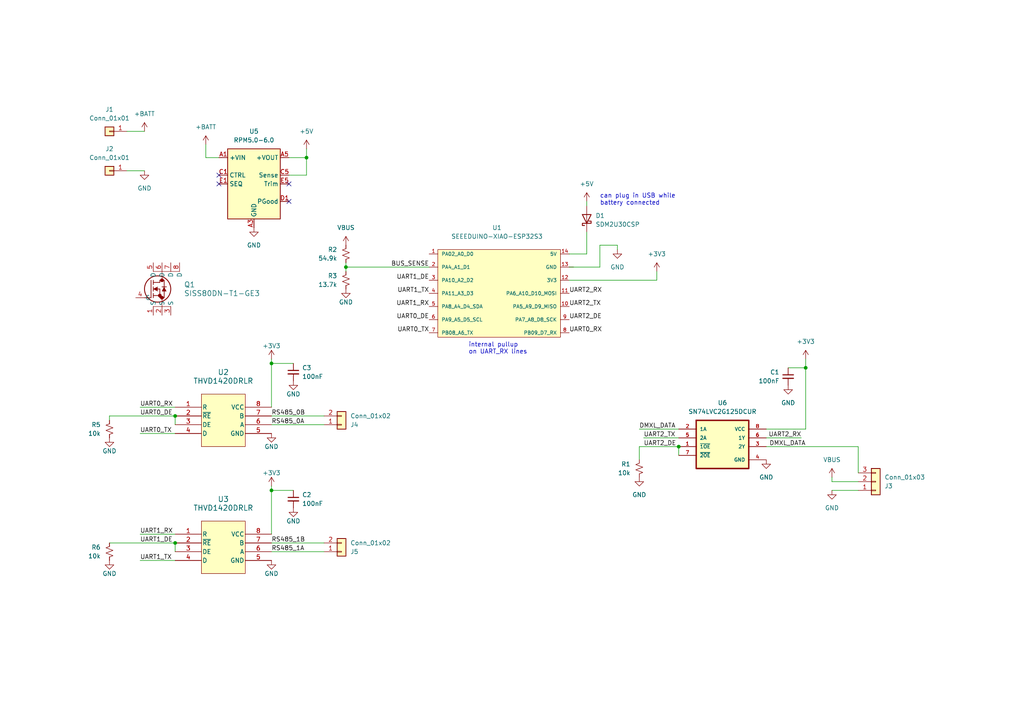
<source format=kicad_sch>
(kicad_sch (version 20230121) (generator eeschema)
  (paper "A4")
  (lib_symbols
    (symbol "Connector_Generic:Conn_01x01" (pin_names (offset 1.016) hide)
      (property "Reference" "J" (at 0 2.54 0))
      (property "Value" "Conn_01x01" (at 0 -2.54 0))
      (symbol "Conn_01x01_1_1"
        (rectangle (start -1.27 0.127) (end 0 -0.127) (stroke (width 0.1524)))
        (rectangle (start -1.27 1.27) (end 1.27 -1.27) (stroke (width 0.254)) (fill (type background)))
        (pin passive line (at -5.08 0 0) (length 3.81) (name "Pin_1") (number "1"))
      )
    )
    (symbol "Connector_Generic:Conn_01x02" (pin_names (offset 1.016) hide)
      (property "Reference" "J" (at 0 2.54 0))
      (property "Value" "Conn_01x02" (at 0 -5.08 0))
      (symbol "Conn_01x02_1_1"
        (rectangle (start -1.27 -2.413) (end 0 -2.667) (stroke (width 0.1524)))
        (rectangle (start -1.27 0.127) (end 0 -0.127) (stroke (width 0.1524)))
        (rectangle (start -1.27 1.27) (end 1.27 -3.81) (stroke (width 0.254)) (fill (type background)))
        (pin passive line (at -5.08 0 0) (length 3.81) (name "Pin_1") (number "1"))
        (pin passive line (at -5.08 -2.54 0) (length 3.81) (name "Pin_2") (number "2"))
      )
    )
    (symbol "Connector_Generic:Conn_01x03" (pin_names (offset 1.016) hide)
      (property "Reference" "J" (at 0 5.08 0))
      (property "Value" "Conn_01x03" (at 0 -5.08 0))
      (symbol "Conn_01x03_1_1"
        (rectangle (start -1.27 -2.413) (end 0 -2.667) (stroke (width 0.1524)))
        (rectangle (start -1.27 0.127) (end 0 -0.127) (stroke (width 0.1524)))
        (rectangle (start -1.27 2.667) (end 0 2.413) (stroke (width 0.1524)))
        (rectangle (start -1.27 3.81) (end 1.27 -3.81) (stroke (width 0.254)) (fill (type background)))
        (pin passive line (at -5.08 2.54 0) (length 3.81) (name "Pin_1") (number "1"))
        (pin passive line (at -5.08 0 0) (length 3.81) (name "Pin_2") (number "2"))
        (pin passive line (at -5.08 -2.54 0) (length 3.81) (name "Pin_3") (number "3"))
      )
    )
    (symbol "Converter_DCDC:RPM5.0-6.0"
      (property "Reference" "U" (at -6.35 11.43 0))
      (property "Value" "RPM5.0-6.0" (at 3.81 11.43 0))
      (symbol "RPM5.0-6.0_0_1"
        (rectangle (start -7.62 10.16) (end 7.62 -10.16) (stroke (width 0.254)) (fill (type background)))
      )
      (symbol "RPM5.0-6.0_1_1"
        (pin power_in line (at -10.16 7.62 0) (length 2.54) (name "+VIN") (number "A1"))
        (pin passive line (at -10.16 7.62 0) (length 2.54) hide (name "+VIN") (number "A2"))
        (pin power_in line (at 0 -12.7 90) (length 2.54) (name "GND") (number "A3"))
        (pin passive line (at 0 -12.7 90) (length 2.54) hide (name "GND") (number "A4"))
        (pin power_out line (at 10.16 7.62 180) (length 2.54) (name "+VOUT") (number "A5"))
        (pin passive line (at 0 -12.7 90) (length 2.54) hide (name "GND") (number "B1"))
        (pin passive line (at 0 -12.7 90) (length 2.54) hide (name "GND") (number "B2"))
        (pin passive line (at 0 -12.7 90) (length 2.54) hide (name "GND") (number "B3"))
        (pin passive line (at 0 -12.7 90) (length 2.54) hide (name "GND") (number "B4"))
        (pin passive line (at 10.16 7.62 180) (length 2.54) hide (name "+VOUT") (number "B5"))
        (pin input line (at -10.16 2.54 0) (length 2.54) (name "CTRL") (number "C1"))
        (pin passive line (at 0 -12.7 90) (length 2.54) hide (name "GND") (number "C2"))
        (pin passive line (at 0 -12.7 90) (length 2.54) hide (name "GND") (number "C3"))
        (pin passive line (at 0 -12.7 90) (length 2.54) hide (name "GND") (number "C4"))
        (pin input line (at 10.16 2.54 180) (length 2.54) (name "Sense") (number "C5"))
        (pin output line (at 10.16 -5.08 180) (length 2.54) (name "PGood") (number "D1"))
        (pin passive line (at 0 -12.7 90) (length 2.54) hide (name "GND") (number "D2"))
        (pin passive line (at 0 -12.7 90) (length 2.54) hide (name "GND") (number "D3"))
        (pin passive line (at 0 -12.7 90) (length 2.54) hide (name "GND") (number "D4"))
        (pin passive line (at 0 -12.7 90) (length 2.54) hide (name "GND") (number "D5"))
        (pin passive line (at -10.16 0 0) (length 2.54) (name "SEQ") (number "E1"))
        (pin no_connect line (at -7.62 -5.08 0) (length 2.54) hide (name "NC") (number "E2"))
        (pin passive line (at 0 -12.7 90) (length 2.54) hide (name "GND") (number "E3"))
        (pin passive line (at 0 -12.7 90) (length 2.54) hide (name "GND") (number "E4"))
        (pin input line (at 10.16 0 180) (length 2.54) (name "Trim") (number "E5"))
      )
    )
    (symbol "Device:C_Small" (pin_numbers hide) (pin_names (offset 0.254) hide)
      (property "Reference" "C" (at 0.254 1.778 0))
      (property "Value" "C_Small" (at 0.254 -2.032 0))
      (symbol "C_Small_0_1"
        (polyline (pts (xy -1.524 -0.508) (xy 1.524 -0.508)) (stroke (width 0.3302)))
        (polyline (pts (xy -1.524 0.508) (xy 1.524 0.508)) (stroke (width 0.3048)))
      )
      (symbol "C_Small_1_1"
        (pin passive line (at 0 2.54 270) (length 2.032) (name "~") (number "1"))
        (pin passive line (at 0 -2.54 90) (length 2.032) (name "~") (number "2"))
      )
    )
    (symbol "Device:D_Schottky" (pin_numbers hide) (pin_names (offset 1.016) hide)
      (property "Reference" "D" (at 0 2.54 0))
      (property "Value" "D_Schottky" (at 0 -2.54 0))
      (symbol "D_Schottky_0_1"
        (polyline (pts (xy 1.27 0) (xy -1.27 0)))
        (polyline (pts (xy 1.27 1.27) (xy 1.27 -1.27) (xy -1.27 0) (xy 1.27 1.27)) (stroke (width 0.254)))
        (polyline (pts (xy -1.905 0.635) (xy -1.905 1.27) (xy -1.27 1.27) (xy -1.27 -1.27) (xy -0.635 -1.27) (xy -0.635 -0.635)) (stroke (width 0.254)))
      )
      (symbol "D_Schottky_1_1"
        (pin passive line (at -3.81 0 0) (length 2.54) (name "K") (number "1"))
        (pin passive line (at 3.81 0 180) (length 2.54) (name "A") (number "2"))
      )
    )
    (symbol "Device:R_Small_US" (pin_numbers hide) (pin_names (offset 0.254) hide)
      (property "Reference" "R" (at 0.762 0.508 0))
      (property "Value" "R_Small_US" (at 0.762 -1.016 0))
      (symbol "R_Small_US_1_1"
        (polyline (pts (xy 0 0) (xy 1.016 -0.381) (xy 0 -0.762) (xy -1.016 -1.143) (xy 0 -1.524)))
        (polyline (pts (xy 0 1.524) (xy 1.016 1.143) (xy 0 0.762) (xy -1.016 0.381) (xy 0 0)))
        (pin passive line (at 0 2.54 270) (length 1.016) (name "~") (number "1"))
        (pin passive line (at 0 -2.54 90) (length 1.016) (name "~") (number "2"))
      )
    )
    (symbol "power:+3V3" (power) (pin_names (offset 0))
      (property "Value" "+3V3" (at 0 3.556 0))
      (symbol "+3V3_0_1"
        (polyline (pts (xy -0.762 1.27) (xy 0 2.54)))
        (polyline (pts (xy 0 0) (xy 0 2.54)))
        (polyline (pts (xy 0 2.54) (xy 0.762 1.27)))
      )
      (symbol "+3V3_1_1"
        (pin power_in line (at 0 0 90) (length 0) hide (name "+3V3") (number "1"))
      )
    )
    (symbol "power:+5V" (power) (pin_names (offset 0))
      (property "Value" "+5V" (at 0 3.556 0))
      (symbol "+5V_0_1"
        (polyline (pts (xy -0.762 1.27) (xy 0 2.54)))
        (polyline (pts (xy 0 0) (xy 0 2.54)))
        (polyline (pts (xy 0 2.54) (xy 0.762 1.27)))
      )
      (symbol "+5V_1_1"
        (pin power_in line (at 0 0 90) (length 0) hide (name "+5V") (number "1"))
      )
    )
    (symbol "power:+BATT" (power) (pin_names (offset 0))
      (property "Value" "+BATT" (at 0 3.556 0))
      (symbol "+BATT_0_1"
        (polyline (pts (xy -0.762 1.27) (xy 0 2.54)))
        (polyline (pts (xy 0 0) (xy 0 2.54)))
        (polyline (pts (xy 0 2.54) (xy 0.762 1.27)))
      )
      (symbol "+BATT_1_1"
        (pin power_in line (at 0 0 90) (length 0) hide (name "+BATT") (number "1"))
      )
    )
    (symbol "power:GND" (power) (pin_names (offset 0))
      (property "Value" "GND" (at 0 -3.81 0))
      (symbol "GND_0_1"
        (polyline (pts (xy 0 0) (xy 0 -1.27) (xy 1.27 -1.27) (xy 0 -2.54) (xy -1.27 -1.27) (xy 0 -1.27)))
      )
      (symbol "GND_1_1"
        (pin power_in line (at 0 0 270) (length 0) hide (name "GND") (number "1"))
      )
    )
    (symbol "power:VBUS" (power) (pin_names (offset 0))
      (property "Value" "VBUS" (at 0 3.81 0))
      (symbol "VBUS_0_1"
        (polyline (pts (xy -0.762 1.27) (xy 0 2.54)))
        (polyline (pts (xy 0 0) (xy 0 2.54)))
        (polyline (pts (xy 0 2.54) (xy 0.762 1.27)))
      )
      (symbol "VBUS_1_1"
        (pin power_in line (at 0 0 90) (length 0) hide (name "VBUS") (number "1"))
      )
    )
    (symbol "squirrelbrain:SEEEDUINO-XIAO-ESP32S3" (pin_names (offset 1.016))
      (property "Reference" "U" (at -13.97 16.51 0))
      (property "Value" "SEEEDUINO-XIAO-ESP32S3" (at -13.97 13.97 0))
      (symbol "SEEEDUINO-XIAO-ESP32S3_0_0"
        (polyline (pts (xy 21.59 7.62) (xy 20.32 7.62)) (stroke (width 0.1524)))
        (pin bidirectional line (at -20.32 11.43 0) (length 2.54) (name "PA02_A0_D0") (number "1"))
        (pin bidirectional line (at 20.32 -3.81 180) (length 2.54) (name "PA5_A9_D9_MISO") (number "10"))
        (pin bidirectional line (at 20.32 0 180) (length 2.54) (name "PA6_A10_D10_MOSI") (number "11"))
        (pin bidirectional line (at 20.32 3.81 180) (length 2.54) (name "3V3") (number "12"))
        (pin bidirectional line (at 20.32 7.62 180) (length 2.54) (name "GND") (number "13"))
        (pin bidirectional line (at 20.32 11.43 180) (length 2.54) (name "5V") (number "14"))
        (pin bidirectional line (at -20.32 7.62 0) (length 2.54) (name "PA4_A1_D1") (number "2"))
        (pin bidirectional line (at -20.32 3.81 0) (length 2.54) (name "PA10_A2_D2") (number "3"))
        (pin bidirectional line (at -20.32 0 0) (length 2.54) (name "PA11_A3_D3") (number "4"))
        (pin bidirectional line (at -20.32 -3.81 0) (length 2.54) (name "PA8_A4_D4_SDA") (number "5"))
        (pin bidirectional line (at -20.32 -7.62 0) (length 2.54) (name "PA9_A5_D5_SCL") (number "6"))
        (pin bidirectional line (at -20.32 -11.43 0) (length 2.54) (name "PB08_A6_TX") (number "7"))
        (pin bidirectional line (at 20.32 -11.43 180) (length 2.54) (name "PB09_D7_RX") (number "8"))
        (pin bidirectional line (at 20.32 -7.62 180) (length 2.54) (name "PA7_A8_D8_SCK") (number "9"))
      )
      (symbol "SEEEDUINO-XIAO-ESP32S3_1_1"
        (rectangle (start -17.78 12.7) (end 17.78 -12.7) (fill (type background)))
      )
    )
    (symbol "squirrelbrain:SISS80DN-T1-GE3" (pin_names (offset 0.254))
      (property "Reference" "Q" (at 11.43 4.445 0))
      (property "Value" "SISS80DN-T1-GE3" (at 11.43 0 0))
      (symbol "SISS80DN-T1-GE3_0_1"
        (polyline (pts (xy 2.54 0) (xy 4.445 0)) (stroke (width 0.2032)))
        (polyline (pts (xy 4.445 0) (xy 4.445 5.08)) (stroke (width 0.2032)))
        (polyline (pts (xy 5.08 -2.54) (xy 10.16 -2.54)) (stroke (width 0.127)))
        (polyline (pts (xy 5.08 0) (xy 5.08 1.27)) (stroke (width 0.2032)))
        (polyline (pts (xy 5.08 0.635) (xy 6.985 0.635)) (stroke (width 0.2032)))
        (polyline (pts (xy 5.08 1.905) (xy 5.08 3.175)) (stroke (width 0.2032)))
        (polyline (pts (xy 5.08 3.81) (xy 5.08 5.08)) (stroke (width 0.2032)))
        (polyline (pts (xy 5.08 4.445) (xy 6.985 4.445)) (stroke (width 0.2032)))
        (polyline (pts (xy 5.08 7.62) (xy 12.7 7.62)) (stroke (width 0.127)))
        (polyline (pts (xy 6.35 2.54) (xy 6.985 2.54)) (stroke (width 0.2032)))
        (polyline (pts (xy 6.985 0) (xy 6.985 2.54)) (stroke (width 0.2032)))
        (polyline (pts (xy 6.985 0) (xy 8.255 0)) (stroke (width 0.2032)))
        (polyline (pts (xy 6.985 4.445) (xy 6.985 5.08)) (stroke (width 0.2032)))
        (polyline (pts (xy 6.985 5.08) (xy 8.255 5.08)) (stroke (width 0.2032)))
        (polyline (pts (xy 7.62 -2.54) (xy 7.62 0)) (stroke (width 0.127)))
        (polyline (pts (xy 7.62 7.62) (xy 7.6454 5.08)) (stroke (width 0.127)))
        (polyline (pts (xy 8.255 0) (xy 8.255 1.905)) (stroke (width 0.2032)))
        (polyline (pts (xy 8.255 3.175) (xy 8.255 5.08)) (stroke (width 0.2032)))
        (polyline (pts (xy 8.89 3.175) (xy 7.62 3.175)) (stroke (width 0.2032)))
        (polyline (pts (xy 6.35 3.175) (xy 5.08 2.54) (xy 6.35 1.905)) (stroke (width 0.0254)) (fill (type outline)))
        (polyline (pts (xy 8.89 1.905) (xy 7.62 1.905) (xy 8.255 3.175)) (stroke (width 0.0254)) (fill (type outline)))
        (circle (center 6.35 2.54) (radius 3.81) (stroke (width 0.254)))
        (circle (center 6.985 0.635) (radius 0.0254) (stroke (width 0.508)))
        (circle (center 7.62 0) (radius 0.0254) (stroke (width 0.508)))
        (circle (center 7.62 5.08) (radius 0.0254) (stroke (width 0.508)))
        (pin unspecified line (at 5.08 -5.08 90) (length 2.54) (name "S") (number "1"))
        (pin unspecified line (at 7.62 -5.08 90) (length 2.54) (name "S") (number "2"))
        (pin unspecified line (at 10.16 -5.08 90) (length 2.54) (name "S") (number "3"))
        (pin unspecified line (at 0 0 0) (length 2.54) (name "G") (number "4"))
        (pin unspecified line (at 5.08 10.16 270) (length 2.54) (name "D") (number "5"))
        (pin unspecified line (at 7.62 10.16 270) (length 2.54) (name "D") (number "6"))
        (pin unspecified line (at 10.16 10.16 270) (length 2.54) (name "D") (number "7"))
        (pin unspecified line (at 12.7 10.16 270) (length 2.54) (name "D") (number "8"))
      )
    )
    (symbol "squirrelbrain:SN74LVC2G125DCUR" (pin_names (offset 1.016))
      (property "Reference" "U" (at -7.62 11.43 0))
      (property "Value" "SN74LVC2G125DCUR" (at -10.16 8.89 0))
      (symbol "SN74LVC2G125DCUR_0_0"
        (rectangle (start -7.62 7.62) (end 7.62 -6.35) (stroke (width 0.41)) (fill (type background)))
        (pin input line (at -12.7 0 0) (length 5.08) (name "~{1OE}") (number "1"))
        (pin input line (at -12.7 5.08 0) (length 5.08) (name "1A") (number "2"))
        (pin output line (at 12.7 0 180) (length 5.08) (name "2Y") (number "3"))
        (pin power_in line (at 12.7 -3.81 180) (length 5.08) (name "GND") (number "4"))
        (pin input line (at -12.7 2.54 0) (length 5.08) (name "2A") (number "5"))
        (pin output line (at 12.7 2.54 180) (length 5.08) (name "1Y") (number "6"))
        (pin input line (at -12.7 -2.54 0) (length 5.08) (name "~{2OE}") (number "7"))
        (pin power_in line (at 12.7 5.08 180) (length 5.08) (name "VCC") (number "8"))
      )
    )
    (symbol "squirrelbrain:THVD1420DRLR" (pin_names (offset 0.254))
      (property "Reference" "U" (at 0 13.97 0))
      (property "Value" "THVD1420DRLR" (at 0 11.43 0))
      (symbol "THVD1420DRLR_0_1"
        (pin output line (at -13.97 3.81 0) (length 7.62) (name "R") (number "1"))
        (pin input line (at -13.97 -1.27 0) (length 7.62) (name "DE") (number "3"))
        (pin input line (at -13.97 -3.81 0) (length 7.62) (name "D") (number "4"))
        (pin power_out line (at 13.97 -3.81 180) (length 7.62) (name "GND") (number "5"))
        (pin bidirectional line (at 13.97 -1.27 180) (length 7.62) (name "A") (number "6"))
        (pin bidirectional line (at 13.97 1.27 180) (length 7.62) (name "B") (number "7"))
        (pin power_in line (at 13.97 3.81 180) (length 7.62) (name "VCC") (number "8"))
      )
      (symbol "THVD1420DRLR_1_1"
        (rectangle (start -6.35 7.62) (end 6.35 -7.62) (fill (type background)))
        (pin input line (at -13.97 1.27 0) (length 7.62) (name "~{RE}") (number "2"))
      )
    )
  )
  (junction (at 100.33 77.47))
  (junction (at 50.8 157.48))
  (junction (at 88.9 45.72))
  (junction (at 78.74 142.24))
  (junction (at 196.85 129.54))
  (junction (at 50.8 120.65))
  (junction (at 233.68 106.68))
  (junction (at 78.74 105.41))
  (no_connect (at 83.82 58.42))
  (no_connect (at 63.5 50.8))
  (no_connect (at 83.82 53.34))
  (no_connect (at 63.5 53.34))
  (wire (pts (xy 100.33 76.2) (xy 100.33 77.47)))
  (wire (pts (xy 78.74 105.41) (xy 85.09 105.41)))
  (wire (pts (xy 241.3 142.24) (xy 248.92 142.24)))
  (wire (pts (xy 170.18 59.69) (xy 170.18 58.42)))
  (wire (pts (xy 78.74 105.41) (xy 78.74 118.11)))
  (wire (pts (xy 190.5 78.74) (xy 190.5 81.28)))
  (wire (pts (xy 248.92 129.54) (xy 248.92 137.16)))
  (wire (pts (xy 165.1 73.66) (xy 170.18 73.66)))
  (wire (pts (xy 40.64 118.11) (xy 50.8 118.11)))
  (wire (pts (xy 233.68 104.14) (xy 233.68 106.68)))
  (wire (pts (xy 228.6 106.68) (xy 233.68 106.68)))
  (wire (pts (xy 248.92 139.7) (xy 241.3 139.7)))
  (wire (pts (xy 50.8 157.48) (xy 50.8 160.02)))
  (wire (pts (xy 40.64 125.73) (xy 50.8 125.73)))
  (wire (pts (xy 233.68 106.68) (xy 233.68 124.46)))
  (wire (pts (xy 100.33 77.47) (xy 124.46 77.47)))
  (wire (pts (xy 31.75 157.48) (xy 50.8 157.48)))
  (wire (pts (xy 78.74 123.19) (xy 93.98 123.19)))
  (wire (pts (xy 186.69 127) (xy 196.85 127)))
  (wire (pts (xy 165.1 77.47) (xy 173.99 77.47)))
  (wire (pts (xy 40.64 162.56) (xy 50.8 162.56)))
  (wire (pts (xy 233.68 124.46) (xy 222.25 124.46)))
  (wire (pts (xy 88.9 43.18) (xy 88.9 45.72)))
  (wire (pts (xy 78.74 104.14) (xy 78.74 105.41)))
  (wire (pts (xy 31.75 121.92) (xy 31.75 120.65)))
  (wire (pts (xy 31.75 120.65) (xy 50.8 120.65)))
  (wire (pts (xy 83.82 50.8) (xy 88.9 50.8)))
  (wire (pts (xy 88.9 50.8) (xy 88.9 45.72)))
  (wire (pts (xy 190.5 81.28) (xy 165.1 81.28)))
  (wire (pts (xy 78.74 160.02) (xy 93.98 160.02)))
  (wire (pts (xy 222.25 129.54) (xy 248.92 129.54)))
  (wire (pts (xy 170.18 73.66) (xy 170.18 67.31)))
  (wire (pts (xy 173.99 77.47) (xy 173.99 71.12)))
  (wire (pts (xy 36.83 49.53) (xy 41.91 49.53)))
  (wire (pts (xy 63.5 45.72) (xy 59.69 45.72)))
  (wire (pts (xy 36.83 38.1) (xy 41.91 38.1)))
  (wire (pts (xy 50.8 120.65) (xy 50.8 123.19)))
  (wire (pts (xy 185.42 129.54) (xy 196.85 129.54)))
  (wire (pts (xy 83.82 45.72) (xy 88.9 45.72)))
  (wire (pts (xy 241.3 139.7) (xy 241.3 138.43)))
  (wire (pts (xy 173.99 71.12) (xy 179.07 71.12)))
  (wire (pts (xy 59.69 45.72) (xy 59.69 41.91)))
  (wire (pts (xy 78.74 142.24) (xy 78.74 154.94)))
  (wire (pts (xy 179.07 71.12) (xy 179.07 72.39)))
  (wire (pts (xy 100.33 78.74) (xy 100.33 77.47)))
  (wire (pts (xy 78.74 157.48) (xy 93.98 157.48)))
  (wire (pts (xy 185.42 124.46) (xy 196.85 124.46)))
  (wire (pts (xy 196.85 129.54) (xy 196.85 132.08)))
  (wire (pts (xy 78.74 140.97) (xy 78.74 142.24)))
  (wire (pts (xy 222.25 127) (xy 232.41 127)))
  (wire (pts (xy 185.42 129.54) (xy 185.42 133.35)))
  (wire (pts (xy 40.64 154.94) (xy 50.8 154.94)))
  (wire (pts (xy 78.74 142.24) (xy 85.09 142.24)))
  (wire (pts (xy 78.74 120.65) (xy 93.98 120.65)))
  (text "can plug in USB while \nbattery connected" (at 173.99 59.69 0) (effects (font (size 1.27 1.27)) (justify left bottom)))
  (text "internal pullup\non UART_RX lines" (at 135.89 102.87 0) (effects (font (size 1.27 1.27)) (justify left bottom)))
  (label "UART0_DE" (at 124.46 92.71 180))
  (label "UART1_TX" (at 124.46 85.09 180))
  (label "UART0_TX" (at 124.46 96.52 180))
  (label "RS485_0A" (at 78.74 123.19 0))
  (label "UART2_TX" (at 165.1 88.9 0))
  (label "UART2_DE" (at 186.69 129.54 0))
  (label "UART1_RX" (at 124.46 88.9 180))
  (label "UART0_DE" (at 40.64 120.65 0))
  (label "DMXL_DATA" (at 185.42 124.46 0))
  (label "BUS_SENSE" (at 124.46 77.47 180))
  (label "RS485_1B" (at 78.74 157.48 0))
  (label "UART0_RX" (at 165.1 96.52 0))
  (label "UART1_DE" (at 40.64 157.48 0))
  (label "UART2_DE" (at 165.1 92.71 0))
  (label "UART1_DE" (at 124.46 81.28 180))
  (label "UART2_RX" (at 165.1 85.09 0))
  (label "DMXL_DATA" (at 233.68 129.54 180))
  (label "UART2_RX" (at 232.41 127 180))
  (label "RS485_1A" (at 78.74 160.02 0))
  (label "UART1_TX" (at 40.64 162.56 0))
  (label "UART1_RX" (at 40.64 154.94 0))
  (label "UART0_RX" (at 40.64 118.11 0))
  (label "RS485_0B" (at 78.74 120.65 0))
  (label "UART2_TX" (at 186.69 127 0))
  (label "UART0_TX" (at 40.64 125.73 0))
  (symbol (lib_id "power:GND") (at 78.74 125.73 0) (unit 1)
    (property "Reference" "#PWR09" (effects hide))
    (property "Value" "GND" (at 78.74 129.54 0))
  )
  (symbol (lib_id "Converter_DCDC:RPM5.0-6.0") (at 73.66 53.34 0) (unit 1)
    (property "Reference" "U5" (at 73.66 38.1 0))
    (property "Value" "RPM5.0-6.0" (at 73.66 40.64 0))
    (property "Footprint" "Converter_DCDC:Converter_DCDC_RECOM_RPMx.x-x.0" (effects hide))
    (property "Datasheet" "https://www.recom-power.com/pdf/Innoline/RPM-6.0.pdf" (effects hide))
  )
  (symbol (lib_id "power:GND") (at 85.09 110.49 0) (unit 1)
    (property "Reference" "#PWR023" (effects hide))
    (property "Value" "GND" (at 85.09 114.3 0))
  )
  (symbol (lib_id "power:GND") (at 100.33 83.82 0) (unit 1)
    (property "Reference" "#PWR020" (effects hide))
    (property "Value" "GND" (at 100.33 87.63 0))
  )
  (symbol (lib_id "power:+3V3") (at 233.68 104.14 0) (unit 1)
    (property "Reference" "#PWR013" (effects hide))
    (property "Value" "+3V3" (at 233.68 99.06 0))
  )
  (symbol (lib_id "power:GND") (at 31.75 127 0) (unit 1)
    (property "Reference" "#PWR024" (effects hide))
    (property "Value" "GND" (at 31.75 130.81 0))
  )
  (symbol (lib_id "Connector_Generic:Conn_01x01") (at 31.75 49.53 180) (unit 1)
    (property "Reference" "J2" (at 31.75 43.18 0))
    (property "Value" "Conn_01x01" (at 31.75 45.72 0))
    (property "Footprint" "Connector_Wire:SolderWire-0.1sqmm_1x01_D0.4mm_OD1mm" (effects hide))
  )
  (symbol (lib_id "Connector_Generic:Conn_01x01") (at 31.75 38.1 180) (unit 1)
    (property "Reference" "J1" (at 31.75 31.75 0))
    (property "Value" "Conn_01x01" (at 31.75 34.29 0))
    (property "Footprint" "Connector_Wire:SolderWire-0.1sqmm_1x01_D0.4mm_OD1mm" (effects hide))
  )
  (symbol (lib_id "Device:R_Small_US") (at 100.33 73.66 0) (mirror x) (unit 1)
    (property "Reference" "R2" (at 97.79 72.39 0) (effects (justify right)))
    (property "Value" "54.9k" (at 97.79 74.93 0) (effects (justify right)))
    (property "Footprint" "Resistor_SMD:R_0402_1005Metric" (effects hide))
  )
  (symbol (lib_id "power:+3V3") (at 78.74 140.97 0) (unit 1)
    (property "Reference" "#PWR011" (effects hide))
    (property "Value" "+3V3" (at 78.74 137.16 0))
  )
  (symbol (lib_id "Device:C_Small") (at 85.09 144.78 0) (unit 1)
    (property "Reference" "C2" (at 87.63 143.5163 0) (effects (justify left)))
    (property "Value" "100nF" (at 87.63 146.0563 0) (effects (justify left)))
    (property "Footprint" "Capacitor_SMD:C_0402_1005Metric" (effects hide))
  )
  (symbol (lib_id "Connector_Generic:Conn_01x02") (at 99.06 123.19 0) (mirror x) (unit 1)
    (property "Reference" "J4" (at 101.6 123.19 0) (effects (justify left)))
    (property "Value" "Conn_01x02" (at 101.6 120.65 0) (effects (justify left)))
    (property "Footprint" "squirrelbrain:JST_SM02B-SRSS-TB(LF)(SN)" (effects hide))
  )
  (symbol (lib_id "Device:R_Small_US") (at 31.75 124.46 0) (mirror x) (unit 1)
    (property "Reference" "R5" (at 29.21 123.19 0) (effects (justify right)))
    (property "Value" "10k" (at 29.21 125.73 0) (effects (justify right)))
    (property "Footprint" "Resistor_SMD:R_0402_1005Metric" (effects hide))
  )
  (symbol (lib_id "power:+3V3") (at 190.5 78.74 0) (unit 1)
    (property "Reference" "#PWR03" (effects hide))
    (property "Value" "+3V3" (at 190.5 73.66 0))
  )
  (symbol (lib_id "power:GND") (at 41.91 49.53 0) (unit 1)
    (property "Reference" "#PWR08" (effects hide))
    (property "Value" "GND" (at 41.91 54.61 0))
  )
  (symbol (lib_id "power:GND") (at 185.42 138.43 0) (unit 1)
    (property "Reference" "#PWR015" (effects hide))
    (property "Value" "GND" (at 185.42 143.51 0))
  )
  (symbol (lib_id "Connector_Generic:Conn_01x02") (at 99.06 160.02 0) (mirror x) (unit 1)
    (property "Reference" "J5" (at 101.6 160.02 0) (effects (justify left)))
    (property "Value" "Conn_01x02" (at 101.6 157.48 0) (effects (justify left)))
    (property "Footprint" "squirrelbrain:JST_SM02B-SRSS-TB(LF)(SN)" (effects hide))
  )
  (symbol (lib_id "Device:D_Schottky") (at 170.18 63.5 90) (unit 1)
    (property "Reference" "D1" (at 172.72 62.5475 90) (effects (justify right)))
    (property "Value" "SDM2U30CSP" (at 172.72 65.0875 90) (effects (justify right)))
    (property "Footprint" "squirrelbrain:SDM2U30CSP-7" (effects hide))
    (property "Datasheet" "https://www.diodes.com/assets/Datasheets/SDM2U30CSP.pdf" (effects hide))
  )
  (symbol (lib_id "Device:R_Small_US") (at 185.42 135.89 0) (mirror x) (unit 1)
    (property "Reference" "R1" (at 182.88 134.62 0) (effects (justify right)))
    (property "Value" "10k" (at 182.88 137.16 0) (effects (justify right)))
    (property "Footprint" "Resistor_SMD:R_0402_1005Metric" (effects hide))
  )
  (symbol (lib_id "Device:R_Small_US") (at 31.75 160.02 0) (mirror x) (unit 1)
    (property "Reference" "R6" (at 29.21 158.75 0) (effects (justify right)))
    (property "Value" "10k" (at 29.21 161.29 0) (effects (justify right)))
    (property "Footprint" "Resistor_SMD:R_0402_1005Metric" (effects hide))
  )
  (symbol (lib_id "power:GND") (at 31.75 162.56 0) (unit 1)
    (property "Reference" "#PWR025" (effects hide))
    (property "Value" "GND" (at 31.75 166.37 0))
  )
  (symbol (lib_id "Device:C_Small") (at 85.09 107.95 0) (unit 1)
    (property "Reference" "C3" (at 87.63 106.6863 0) (effects (justify left)))
    (property "Value" "100nF" (at 87.63 109.2263 0) (effects (justify left)))
    (property "Footprint" "Capacitor_SMD:C_0402_1005Metric" (effects hide))
  )
  (symbol (lib_id "power:GND") (at 228.6 111.76 0) (mirror y) (unit 1)
    (property "Reference" "#PWR019" (effects hide))
    (property "Value" "GND" (at 228.6 116.84 0))
  )
  (symbol (lib_id "squirrelbrain:SISS80DN-T1-GE3") (at 39.37 86.36 0) (unit 1)
    (property "Reference" "Q1" (at 53.34 82.55 0) (effects (font (size 1.524 1.524)) (justify left)))
    (property "Value" "SISS80DN-T1-GE3" (at 53.34 85.09 0) (effects (font (size 1.524 1.524)) (justify left)))
    (property "Footprint" "squirrelbrain:SISS80DN" (effects hide))
    (property "Datasheet" "SISS80DN-T1-GE3" (effects hide))
  )
  (symbol (lib_id "squirrelbrain:THVD1420DRLR") (at 64.77 121.92 0) (unit 1)
    (property "Reference" "U2" (at 64.77 107.95 0) (effects (font (size 1.524 1.524))))
    (property "Value" "THVD1420DRLR" (at 64.77 110.49 0) (effects (font (size 1.524 1.524))))
    (property "Footprint" "squirrelbrain:THVD1420DRLR_SOT-585" (effects hide))
    (property "Datasheet" "https://www.ti.com/lit/ds/symlink/thvd1400.pdf" (effects hide))
  )
  (symbol (lib_id "power:VBUS") (at 100.33 71.12 0) (unit 1)
    (property "Reference" "#PWR018" (effects hide))
    (property "Value" "VBUS" (at 100.33 66.04 0))
  )
  (symbol (lib_id "power:+5V") (at 88.9 43.18 0) (unit 1)
    (property "Reference" "#PWR05" (effects hide))
    (property "Value" "+5V" (at 88.9 38.1 0))
  )
  (symbol (lib_id "power:GND") (at 241.3 142.24 0) (unit 1)
    (property "Reference" "#PWR017" (effects hide))
    (property "Value" "GND" (at 241.3 147.32 0))
  )
  (symbol (lib_id "squirrelbrain:SEEEDUINO-XIAO-ESP32S3") (at 144.78 85.09 0) (unit 1)
    (property "Reference" "U1" (at 144.145 66.04 0))
    (property "Value" "SEEEDUINO-XIAO-ESP32S3" (at 144.145 68.58 0))
    (property "Footprint" "squirrelbrain:XIAO-ESP32S3-2.54-21X17.8MM" (effects hide))
    (property "Datasheet" "https://files.seeedstudio.com/wiki/SeeedStudio-XIAO-ESP32S3/res/esp32-s3_datasheet.pdf" (effects hide))
  )
  (symbol (lib_id "power:+BATT") (at 41.91 38.1 0) (unit 1)
    (property "Reference" "#PWR07" (effects hide))
    (property "Value" "+BATT" (at 41.91 33.02 0))
  )
  (symbol (lib_id "power:GND") (at 85.09 147.32 0) (unit 1)
    (property "Reference" "#PWR022" (effects hide))
    (property "Value" "GND" (at 85.09 151.13 0))
  )
  (symbol (lib_id "power:GND") (at 222.25 133.35 0) (unit 1)
    (property "Reference" "#PWR014" (effects hide))
    (property "Value" "GND" (at 222.25 138.43 0))
  )
  (symbol (lib_id "power:GND") (at 179.07 72.39 0) (unit 1)
    (property "Reference" "#PWR02" (effects hide))
    (property "Value" "GND" (at 179.07 77.47 0))
  )
  (symbol (lib_id "squirrelbrain:SN74LVC2G125DCUR") (at 209.55 129.54 0) (unit 1)
    (property "Reference" "U6" (at 209.55 116.84 0))
    (property "Value" "SN74LVC2G125DCUR" (at 209.55 119.38 0))
    (property "Footprint" "squirrelbrain:SN74LVC2G125DCU" (effects hide))
    (property "Datasheet" "https://www.ti.com/lit/ds/symlink/sn74lvc2g125.pdf" (effects hide))
  )
  (symbol (lib_id "power:+3V3") (at 78.74 104.14 0) (unit 1)
    (property "Reference" "#PWR010" (effects hide))
    (property "Value" "+3V3" (at 78.74 100.33 0))
  )
  (symbol (lib_id "power:+5V") (at 170.18 58.42 0) (unit 1)
    (property "Reference" "#PWR01" (effects hide))
    (property "Value" "+5V" (at 170.18 53.34 0))
  )
  (symbol (lib_id "squirrelbrain:THVD1420DRLR") (at 64.77 158.75 0) (unit 1)
    (property "Reference" "U3" (at 64.77 144.78 0) (effects (font (size 1.524 1.524))))
    (property "Value" "THVD1420DRLR" (at 64.77 147.32 0) (effects (font (size 1.524 1.524))))
    (property "Footprint" "squirrelbrain:THVD1420DRLR_SOT-585" (effects hide))
    (property "Datasheet" "https://www.ti.com/lit/ds/symlink/thvd1400.pdf" (effects hide))
  )
  (symbol (lib_id "power:GND") (at 78.74 162.56 0) (unit 1)
    (property "Reference" "#PWR012" (effects hide))
    (property "Value" "GND" (at 78.74 166.37 0))
  )
  (symbol (lib_id "power:VBUS") (at 241.3 138.43 0) (unit 1)
    (property "Reference" "#PWR016" (effects hide))
    (property "Value" "VBUS" (at 241.3 133.35 0))
  )
  (symbol (lib_id "Device:C_Small") (at 228.6 109.22 0) (mirror y) (unit 1)
    (property "Reference" "C1" (at 226.06 107.9563 0) (effects (justify left)))
    (property "Value" "100nF" (at 226.06 110.4963 0) (effects (justify left)))
    (property "Footprint" "Capacitor_SMD:C_0402_1005Metric" (effects hide))
  )
  (symbol (lib_id "Device:R_Small_US") (at 100.33 81.28 0) (mirror x) (unit 1)
    (property "Reference" "R3" (at 97.79 80.01 0) (effects (justify right)))
    (property "Value" "13.7k" (at 97.79 82.55 0) (effects (justify right)))
    (property "Footprint" "Resistor_SMD:R_0402_1005Metric" (effects hide))
  )
  (symbol (lib_id "power:+BATT") (at 59.69 41.91 0) (unit 1)
    (property "Reference" "#PWR06" (effects hide))
    (property "Value" "+BATT" (at 59.69 36.83 0))
  )
  (symbol (lib_id "power:GND") (at 73.66 66.04 0) (unit 1)
    (property "Reference" "#PWR04" (effects hide))
    (property "Value" "GND" (at 73.66 71.12 0))
  )
  (symbol (lib_id "Connector_Generic:Conn_01x03") (at 254 139.7 0) (mirror x) (unit 1)
    (property "Reference" "J3" (at 256.54 140.97 0) (effects (justify left)))
    (property "Value" "Conn_01x03" (at 256.54 138.43 0) (effects (justify left)))
    (property "Footprint" "Connector_JST:JST_EH_B3B-EH-A_1x03_P2.50mm_Vertical" (effects hide))
  )
)
</source>
